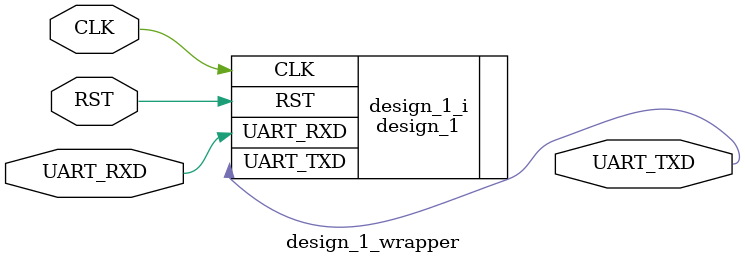
<source format=v>
`timescale 1 ps / 1 ps

module design_1_wrapper
   (CLK,
    RST,
    UART_RXD,
    UART_TXD);
  input CLK;
  input RST;
  input UART_RXD;
  output UART_TXD;

  wire CLK;
  wire RST;
  wire UART_RXD;
  wire UART_TXD;

  design_1 design_1_i
       (.CLK(CLK),
        .RST(RST),
        .UART_RXD(UART_RXD),
        .UART_TXD(UART_TXD));
endmodule

</source>
